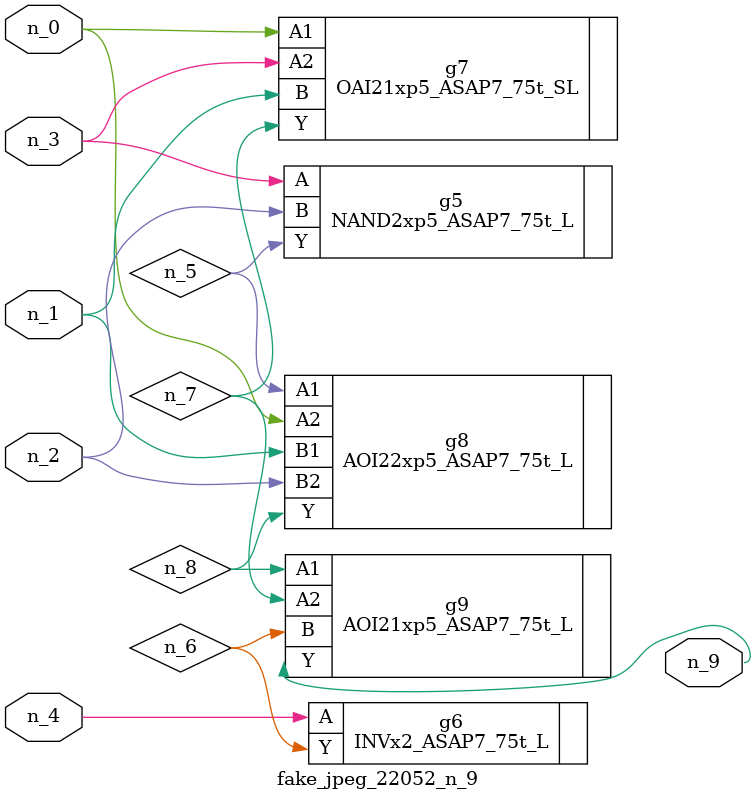
<source format=v>
module fake_jpeg_22052_n_9 (n_3, n_2, n_1, n_0, n_4, n_9);

input n_3;
input n_2;
input n_1;
input n_0;
input n_4;

output n_9;

wire n_8;
wire n_6;
wire n_5;
wire n_7;

NAND2xp5_ASAP7_75t_L g5 ( 
.A(n_3),
.B(n_2),
.Y(n_5)
);

INVx2_ASAP7_75t_L g6 ( 
.A(n_4),
.Y(n_6)
);

OAI21xp5_ASAP7_75t_SL g7 ( 
.A1(n_0),
.A2(n_3),
.B(n_1),
.Y(n_7)
);

AOI22xp5_ASAP7_75t_L g8 ( 
.A1(n_5),
.A2(n_0),
.B1(n_1),
.B2(n_2),
.Y(n_8)
);

AOI21xp5_ASAP7_75t_L g9 ( 
.A1(n_8),
.A2(n_7),
.B(n_6),
.Y(n_9)
);


endmodule
</source>
